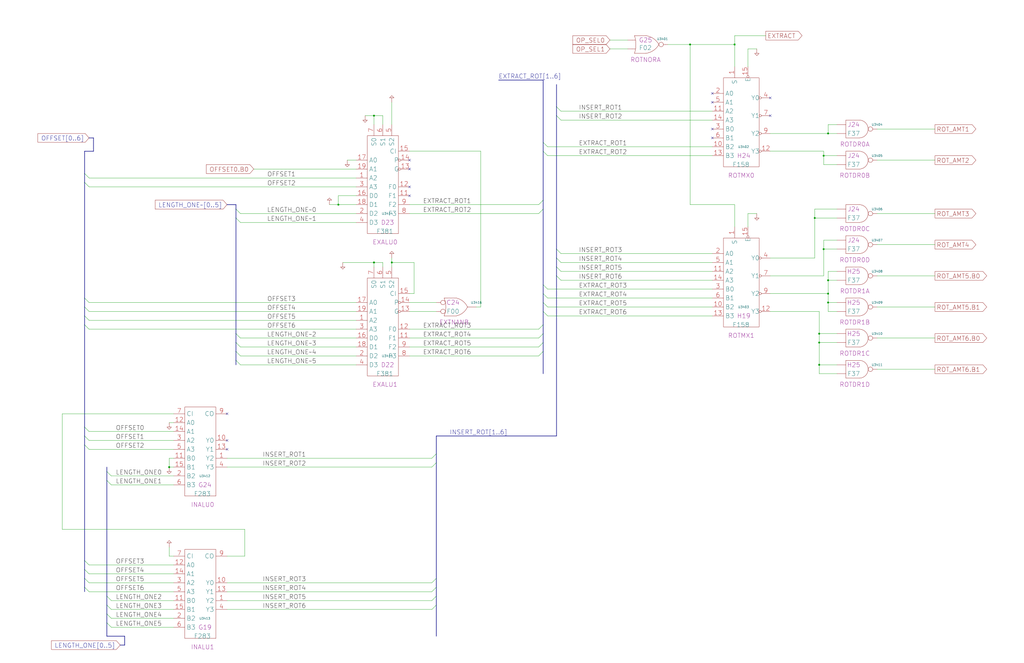
<source format=kicad_sch>
(kicad_sch (version 20250114) (generator "eeschema") (generator_version "9.0")
  (paper "User" 584.2 378.46)
  (title_block (title "FIU ROTATE AMOUNT") (date "20-MAR-90") (rev "1.0") (comment 1 "FIU") (comment 2 "232-003065") (comment 3 "S400") (comment 4 "RELEASED"))
  (lib_symbols
    (symbol "r1000:F00" (pin_numbers (hide yes)) (pin_names (hide yes))
      (property "Reference" "U" (at 15.24 0 0))
      (property "Value" "F00" (at 1.905 -5.08 0))
      (property "Location" "___" (at 1.905 0 0))
      (property "Name" "______" (at 2.54 -12.7 0))
      (symbol "F00_0_1"
        (polyline (pts (xy -2.54 2.54) (xy -2.54 -7.62)) (stroke (width 0.1524)))
        (polyline (pts (xy -2.54 2.54) (xy 5.08 2.54)) (stroke (width 0.1524)))
        (polyline (pts (xy -2.54 -7.62) (xy 5.08 -7.62)) (stroke (width 0.1524)))
        (arc (start 5.08 2.54) (mid 10.1281 -2.54) (end 5.08 -7.62) (stroke (width 0.1524)))
        (circle (center 11.43 -2.54) (radius 1.27) (stroke (width 0.1524)))
      )
      (symbol "F00_0_2"
        (arc (start -3.175 2.54) (mid -2.134 -2.54) (end -3.175 -7.62) (stroke (width 0.1524)))
        (circle (center -3.81 0) (radius 1.27) (stroke (width 0.1524)))
        (circle (center -3.81 -5.08) (radius 1.27) (stroke (width 0.1524)))
        (polyline (pts (xy -3.175 2.54) (xy 3.81 2.54)) (stroke (width 0.1524)))
        (polyline (pts (xy -3.175 -7.62) (xy 3.81 -7.62)) (stroke (width 0.1524)))
        (arc (start 3.81 2.54) (mid 7.5828 0.7472) (end 10.16 -2.54) (stroke (width 0.1524)))
        (arc (start 10.16 -2.54) (mid 7.5855 -5.8306) (end 3.81 -7.62) (stroke (width 0.1524)))
      )
      (symbol "F00_1_1"
        (pin input line (at -7.62 0 0) (length 5.08) (name "D0") (number "1"))
        (pin input line (at -7.62 -5.08 0) (length 5.08) (name "D1") (number "2"))
        (pin output line (at 15.24 -2.54 180) (length 2.54) (name "Q") (number "3"))
      )
      (symbol "F00_1_2"
        (pin input line (at -7.62 0 0) (length 2.54) (name "D0") (number "1"))
        (pin input line (at -7.62 -5.08 0) (length 2.54) (name "D1") (number "2"))
        (pin output line (at 15.24 -2.54 180) (length 5.08) (name "Q") (number "3"))
      )
    )
    (symbol "r1000:F02" (pin_numbers (hide yes)) (pin_names (hide yes))
      (property "Reference" "U" (at 12.16 0.635 0))
      (property "Value" "F02" (at -1.27 -4.445 0))
      (property "Location" "___" (at 2.54 0 0))
      (property "Name" "______" (at 2.54 -12.7 0))
      (symbol "F02_0_1"
        (arc (start -3.81 2.54) (mid -2.9847 -2.54) (end -3.81 -7.62) (stroke (width 0.1524)))
        (polyline (pts (xy -5.08 0) (xy -3.175 0)) (stroke (width 0.1524)))
        (polyline (pts (xy -5.08 -5.08) (xy -3.175 -5.08)) (stroke (width 0.1524)))
        (polyline (pts (xy -3.81 2.54) (xy 2.54 2.54)) (stroke (width 0.1524)))
        (polyline (pts (xy -3.81 -7.62) (xy 2.54 -7.62)) (stroke (width 0.1524)))
        (arc (start 2.54 2.54) (mid 6.9477 0.8966) (end 10.16 -2.54) (stroke (width 0.1524)))
        (arc (start 10.16 -2.54) (mid 6.9515 -5.9823) (end 2.54 -7.62) (stroke (width 0.1524)))
        (circle (center 11.43 -2.54) (radius 1.27) (stroke (width 0.1524)))
        (polyline (pts (xy 13.97 -2.54) (xy 12.7 -2.54)) (stroke (width 0.1524)))
      )
      (symbol "F02_0_2"
        (circle (center -3.81 0) (radius 1.27) (stroke (width 0.1524)))
        (circle (center -3.81 -5.08) (radius 1.27) (stroke (width 0.1524)))
        (polyline (pts (xy -2.54 2.54) (xy -2.54 -7.62)) (stroke (width 0.1524)))
        (polyline (pts (xy -2.54 2.54) (xy 5.08 2.54)) (stroke (width 0.1524)))
        (polyline (pts (xy -2.54 -7.62) (xy 5.08 -7.62)) (stroke (width 0.1524)))
        (arc (start 5.08 2.54) (mid 10.1281 -2.54) (end 5.08 -7.62) (stroke (width 0.1524)))
        (polyline (pts (xy 11.43 -2.54) (xy 10.16 -2.54)) (stroke (width 0.1524)))
        (polyline (pts (xy 11.43 -2.54) (xy 12.7 -2.54)) (stroke (width 0.1524)))
      )
      (symbol "F02_1_1"
        (pin input line (at -7.62 0 0) (length 2.54) (name "D0") (number "1"))
        (pin input line (at -7.62 -5.08 0) (length 2.54) (name "D1") (number "2"))
        (pin output line (at 15.24 -2.54 180) (length 1.27) (name "Q") (number "3"))
      )
      (symbol "F02_1_2"
        (pin input line (at -7.62 0 0) (length 2.54) (name "D0") (number "1"))
        (pin input line (at -7.62 -5.08 0) (length 2.54) (name "D1") (number "2"))
        (pin output line (at 15.24 -2.54 180) (length 2.54) (name "Q") (number "3"))
      )
    )
    (symbol "r1000:F158" (pin_names (offset 1.016))
      (property "Reference" "U" (at 2.54 5.08 0))
      (property "Value" "F158" (at -3.81 -5.08 0))
      (property "Location" "___" (at -1.27 0 0))
      (property "Name" "______" (at 1.27 -12.7 0))
      (symbol "F158_1_1"
        (rectangle (start -8.89 44.45) (end 11.43 -6.35))
        (circle (center 5.08 45.085) (radius 0.635))
        (circle (center 12.065 33.02) (radius 0.635))
        (circle (center 12.065 22.86) (radius 0.635))
        (circle (center 12.065 12.7) (radius 0.635))
        (circle (center 12.065 2.54) (radius 0.635))
        (pin input line (at -15.24 35.56 0) (length 6.35) (name "A0") (number "2"))
        (pin input line (at -15.24 30.48 0) (length 6.35) (name "A1") (number "5"))
        (pin input line (at -15.24 25.4 0) (length 6.35) (name "A2") (number "11"))
        (pin input line (at -15.24 20.32 0) (length 6.35) (name "A3") (number "14"))
        (pin input line (at -15.24 15.24 0) (length 6.35) (name "B0") (number "3"))
        (pin input line (at -15.24 10.16 0) (length 6.35) (name "B1") (number "6"))
        (pin input line (at -15.24 5.08 0) (length 6.35) (name "B2") (number "10"))
        (pin input line (at -15.24 0 0) (length 6.35) (name "B3") (number "13"))
        (pin input line (at -2.54 50.8 270) (length 6.35) (name "S") (number "1"))
        (pin input line (at 5.08 50.8 270) (length 5.08) (name "E") (number "15"))
        (pin output line (at 17.78 33.02 180) (length 5.08) (name "Y0") (number "4"))
        (pin output line (at 17.78 22.86 180) (length 5.08) (name "Y1") (number "7"))
        (pin output line (at 17.78 12.7 180) (length 5.08) (name "Y2") (number "9"))
        (pin output line (at 17.78 2.54 180) (length 5.08) (name "Y3") (number "12"))
      )
    )
    (symbol "r1000:F283" (pin_names (offset 1.016))
      (property "Reference" "U" (at 2.54 5.08 0))
      (property "Value" "F283" (at -3.81 -5.08 0))
      (property "Location" "___" (at -1.27 0 0))
      (property "Name" "______" (at 1.27 -12.7 0))
      (symbol "F283_1_1"
        (rectangle (start -8.89 44.45) (end 8.89 -6.35))
        (pin input line (at -15.24 40.64 0) (length 6.35) (name "CI") (number "7"))
        (pin input line (at -15.24 35.56 0) (length 6.35) (name "A0") (number "12"))
        (pin input line (at -15.24 30.48 0) (length 6.35) (name "A1") (number "14"))
        (pin input line (at -15.24 25.4 0) (length 6.35) (name "A2") (number "3"))
        (pin input line (at -15.24 20.32 0) (length 6.35) (name "A3") (number "5"))
        (pin input line (at -15.24 15.24 0) (length 6.35) (name "B0") (number "11"))
        (pin input line (at -15.24 10.16 0) (length 6.35) (name "B1") (number "15"))
        (pin input line (at -15.24 5.08 0) (length 6.35) (name "B2") (number "2"))
        (pin input line (at -15.24 0 0) (length 6.35) (name "B3") (number "6"))
        (pin output line (at 15.24 40.64 180) (length 6.35) (name "CO") (number "9"))
        (pin output line (at 15.24 25.4 180) (length 6.35) (name "Y0") (number "10"))
        (pin output line (at 15.24 20.32 180) (length 6.35) (name "Y1") (number "13"))
        (pin output line (at 15.24 15.24 180) (length 6.35) (name "Y2") (number "1"))
        (pin output line (at 15.24 10.16 180) (length 6.35) (name "Y3") (number "4"))
      )
    )
    (symbol "r1000:F37" (pin_numbers (hide yes)) (pin_names (offset 0) (hide yes))
      (property "Reference" "U" (at 15.24 0 0))
      (property "Value" "F37" (at 1.905 -5.08 0))
      (property "Location" "___" (at 1.905 0 0))
      (property "Name" "______" (at 2.54 -12.7 0))
      (symbol "F37_0_1"
        (polyline (pts (xy -2.54 2.54) (xy -2.54 -7.62)) (stroke (width 0.1524)))
        (polyline (pts (xy -2.54 2.54) (xy 5.08 2.54)) (stroke (width 0.1524)))
        (polyline (pts (xy -2.54 -7.62) (xy 5.08 -7.62)) (stroke (width 0.1524)))
        (arc (start 5.08 2.54) (mid 10.1281 -2.54) (end 5.08 -7.62) (stroke (width 0.1524)))
        (circle (center 11.43 -2.54) (radius 1.27) (stroke (width 0.1524)))
      )
      (symbol "F37_0_2"
        (arc (start -3.175 2.54) (mid -2.134 -2.54) (end -3.175 -7.62) (stroke (width 0.1524)))
        (circle (center -3.81 0) (radius 1.27) (stroke (width 0.1524)))
        (circle (center -3.81 -5.08) (radius 1.27) (stroke (width 0.1524)))
        (polyline (pts (xy -3.175 2.54) (xy 3.81 2.54)) (stroke (width 0.1524)))
        (polyline (pts (xy -3.175 -7.62) (xy 3.81 -7.62)) (stroke (width 0.1524)))
        (arc (start 3.81 2.54) (mid 7.5828 0.7472) (end 10.16 -2.54) (stroke (width 0.1524)))
        (arc (start 10.16 -2.54) (mid 7.5855 -5.8306) (end 3.81 -7.62) (stroke (width 0.1524)))
      )
      (symbol "F37_1_1"
        (pin input line (at -7.62 0 0) (length 5.08) (name "D0") (number "1"))
        (pin input line (at -7.62 -5.08 0) (length 5.08) (name "D1") (number "2"))
        (pin output line (at 15.24 -2.54 180) (length 2.54) (name "Q") (number "3"))
      )
      (symbol "F37_1_2"
        (pin input line (at -7.62 0 0) (length 2.54) (name "D0") (number "1"))
        (pin input line (at -7.62 -5.08 0) (length 2.54) (name "D1") (number "2"))
        (pin output line (at 15.24 -2.54 180) (length 5.08) (name "Q") (number "3"))
      )
    )
    (symbol "r1000:F381" (pin_names (offset 1.016))
      (property "Reference" "U" (at 2.54 5.08 0))
      (property "Value" "F381" (at -3.81 -5.08 0))
      (property "Location" "___" (at -1.27 0 0))
      (property "Name" "______" (at 1.27 -12.7 0))
      (symbol "F381_1_1"
        (rectangle (start -8.89 49.53) (end 8.89 -6.35))
        (circle (center 9.525 35.56) (radius 0.635))
        (circle (center 9.525 30.48) (radius 0.635))
        (pin input line (at -15.24 35.56 0) (length 6.35) (name "A0") (number "17"))
        (pin input line (at -15.24 30.48 0) (length 6.35) (name "A1") (number "19"))
        (pin input line (at -15.24 25.4 0) (length 6.35) (name "A2") (number "1"))
        (pin input line (at -15.24 20.32 0) (length 6.35) (name "A3") (number "3"))
        (pin input line (at -15.24 15.24 0) (length 6.35) (name "D0") (number "16"))
        (pin input line (at -15.24 10.16 0) (length 6.35) (name "D1") (number "18"))
        (pin input line (at -15.24 5.08 0) (length 6.35) (name "D2") (number "2"))
        (pin input line (at -15.24 0 0) (length 6.35) (name "D3") (number "4"))
        (pin input line (at -5.08 55.88 270) (length 6.35) (name "S0") (number "7"))
        (pin input line (at 0 55.88 270) (length 6.35) (name "S1") (number "6"))
        (pin input line (at 5.08 55.88 270) (length 6.35) (name "S2") (number "5"))
        (pin input line (at 15.24 40.64 180) (length 6.35) (name "CI") (number "15"))
        (pin output line (at 15.24 35.56 180) (length 5.08) (name "P") (number "14"))
        (pin output line (at 15.24 30.48 180) (length 5.08) (name "G") (number "13"))
        (pin output line (at 15.24 20.32 180) (length 6.35) (name "F0") (number "12"))
        (pin output line (at 15.24 15.24 180) (length 6.35) (name "F1") (number "11"))
        (pin output line (at 15.24 10.16 180) (length 6.35) (name "F2") (number "9"))
        (pin output line (at 15.24 5.08 180) (length 6.35) (name "F3") (number "8"))
      )
    )
    (symbol "r1000:PD" (power) (pin_numbers (hide yes)) (pin_names (hide yes)) (in_bom no)
      (symbol "PD_0_1"
        (polyline (pts (xy 0 -2.54) (xy 1.27 -2.54) (xy 0 -3.81) (xy -1.27 -2.54) (xy 0 -2.54)) (stroke (width 0.1524)))
      )
      (symbol "PD_1_1"
        (pin power_in line (at 0 0 270) (length 2.54) (name "PD") (number "1"))
      )
    )
    (symbol "r1000:PU" (power) (pin_numbers (hide yes)) (pin_names (hide yes))
      (symbol "PU_0_1"
        (polyline (pts (xy 0 2.54) (xy -1.27 2.54) (xy 0 3.81) (xy 1.27 2.54) (xy 0 2.54)) (stroke (width 0.1524)))
      )
      (symbol "PU_1_1"
        (pin power_in line (at 0 0 90) (length 2.54) (name "PU") (number "1"))
      )
    )
  )
  (junction (at 467.36 190.5))
  (junction (at 419.1 25.4))
  (junction (at 472.44 76.2))
  (junction (at 464.82 124.46))
  (junction (at 467.36 195.58))
  (junction (at 472.44 160.02))
  (junction (at 469.9 88.9))
  (junction (at 467.36 208.28))
  (junction (at 213.36 66.04))
  (junction (at 213.36 149.86))
  (junction (at 472.44 172.72))
  (junction (at 393.7 25.4))
  (junction (at 469.9 142.24))
  (junction (at 223.52 149.86))
  (junction (at 472.44 167.64))
  (junction (at 193.04 116.84))
  (junction (at 96.52 266.7))
  (no_connect (at 233.68 106.68))
  (no_connect (at 406.4 73.66))
  (no_connect (at 233.68 91.44))
  (no_connect (at 439.42 66.04))
  (no_connect (at 129.54 256.54))
  (no_connect (at 233.68 111.76))
  (no_connect (at 233.68 96.52))
  (no_connect (at 406.4 58.42))
  (no_connect (at 439.42 55.88))
  (no_connect (at 406.4 78.74))
  (no_connect (at 129.54 251.46))
  (no_connect (at 129.54 236.22))
  (no_connect (at 406.4 53.34))
  (bus_entry (at 48.26 243.84) (size 2.54 2.54))
  (bus_entry (at 309.88 177.8) (size 2.54 2.54))
  (bus_entry (at 60.96 345.44) (size 2.54 2.54))
  (bus_entry (at 309.88 114.3) (size -2.54 2.54))
  (bus_entry (at 48.26 170.18) (size 2.54 2.54))
  (bus_entry (at 309.88 81.28) (size 2.54 2.54))
  (bus_entry (at 134.62 205.74) (size 2.54 2.54))
  (bus_entry (at 48.26 320.04) (size 2.54 2.54))
  (bus_entry (at 48.26 335.28) (size 2.54 2.54))
  (bus_entry (at 48.26 325.12) (size 2.54 2.54))
  (bus_entry (at 317.5 66.04) (size 2.54 2.54))
  (bus_entry (at 48.26 248.92) (size 2.54 2.54))
  (bus_entry (at 60.96 350.52) (size 2.54 2.54))
  (bus_entry (at 60.96 274.32) (size 2.54 2.54))
  (bus_entry (at 48.26 254) (size 2.54 2.54))
  (bus_entry (at 48.26 104.14) (size 2.54 2.54))
  (bus_entry (at 309.88 200.66) (size -2.54 2.54))
  (bus_entry (at 48.26 99.06) (size 2.54 2.54))
  (bus_entry (at 48.26 180.34) (size 2.54 2.54))
  (bus_entry (at 248.92 259.08) (size -2.54 2.54))
  (bus_entry (at 248.92 335.28) (size -2.54 2.54))
  (bus_entry (at 134.62 119.38) (size 2.54 2.54))
  (bus_entry (at 248.92 345.44) (size -2.54 2.54))
  (bus_entry (at 309.88 185.42) (size -2.54 2.54))
  (bus_entry (at 309.88 86.36) (size 2.54 2.54))
  (bus_entry (at 309.88 172.72) (size 2.54 2.54))
  (bus_entry (at 248.92 330.2) (size -2.54 2.54))
  (bus_entry (at 317.5 157.48) (size 2.54 2.54))
  (bus_entry (at 317.5 147.32) (size 2.54 2.54))
  (bus_entry (at 309.88 167.64) (size 2.54 2.54))
  (bus_entry (at 248.92 340.36) (size -2.54 2.54))
  (bus_entry (at 309.88 162.56) (size 2.54 2.54))
  (bus_entry (at 60.96 269.24) (size 2.54 2.54))
  (bus_entry (at 134.62 200.66) (size 2.54 2.54))
  (bus_entry (at 309.88 195.58) (size -2.54 2.54))
  (bus_entry (at 48.26 175.26) (size 2.54 2.54))
  (bus_entry (at 60.96 355.6) (size 2.54 2.54))
  (bus_entry (at 134.62 124.46) (size 2.54 2.54))
  (bus_entry (at 134.62 195.58) (size 2.54 2.54))
  (bus_entry (at 134.62 190.5) (size 2.54 2.54))
  (bus_entry (at 317.5 152.4) (size 2.54 2.54))
  (bus_entry (at 309.88 190.5) (size -2.54 2.54))
  (bus_entry (at 248.92 264.16) (size -2.54 2.54))
  (bus_entry (at 48.26 185.42) (size 2.54 2.54))
  (bus_entry (at 60.96 340.36) (size 2.54 2.54))
  (bus_entry (at 317.5 60.96) (size 2.54 2.54))
  (bus_entry (at 309.88 119.38) (size -2.54 2.54))
  (bus_entry (at 48.26 330.2) (size 2.54 2.54))
  (bus_entry (at 317.5 142.24) (size 2.54 2.54))
  (wire (pts (xy 467.36 208.28) (xy 467.36 195.58)))
  (wire (pts (xy 274.32 175.26) (xy 274.32 86.36)))
  (wire (pts (xy 96.52 241.3) (xy 99.06 241.3)))
  (wire (pts (xy 233.68 203.2) (xy 307.34 203.2)))
  (wire (pts (xy 63.5 276.86) (xy 99.06 276.86)))
  (bus (pts (xy 68.58 368.3) (xy 71.12 368.3)))
  (bus (pts (xy 48.26 330.2) (xy 48.26 335.28)))
  (bus (pts (xy 248.92 248.92) (xy 248.92 259.08)))
  (wire (pts (xy 472.44 177.8) (xy 477.52 177.8)))
  (wire (pts (xy 312.42 165.1) (xy 406.4 165.1)))
  (wire (pts (xy 472.44 160.02) (xy 472.44 167.64)))
  (wire (pts (xy 96.52 266.7) (xy 99.06 266.7)))
  (wire (pts (xy 393.7 25.4) (xy 393.7 116.84)))
  (wire (pts (xy 419.1 25.4) (xy 419.1 20.32)))
  (wire (pts (xy 193.04 111.76) (xy 193.04 116.84)))
  (wire (pts (xy 274.32 86.36) (xy 233.68 86.36)))
  (bus (pts (xy 48.26 335.28) (xy 48.26 337.82)))
  (bus (pts (xy 248.92 335.28) (xy 248.92 340.36)))
  (bus (pts (xy 248.92 345.44) (xy 248.92 363.22)))
  (wire (pts (xy 233.68 172.72) (xy 248.92 172.72)))
  (wire (pts (xy 320.04 68.58) (xy 406.4 68.58)))
  (wire (pts (xy 50.8 246.38) (xy 99.06 246.38)))
  (wire (pts (xy 63.5 347.98) (xy 99.06 347.98)))
  (wire (pts (xy 137.16 127) (xy 203.2 127)))
  (wire (pts (xy 477.52 93.98) (xy 469.9 93.98)))
  (wire (pts (xy 312.42 180.34) (xy 406.4 180.34)))
  (bus (pts (xy 60.96 345.44) (xy 60.96 350.52)))
  (wire (pts (xy 500.38 121.92) (xy 533.4 121.92)))
  (wire (pts (xy 464.82 119.38) (xy 464.82 124.46)))
  (wire (pts (xy 477.52 154.94) (xy 472.44 154.94)))
  (bus (pts (xy 60.96 274.32) (xy 60.96 340.36)))
  (bus (pts (xy 48.26 175.26) (xy 48.26 180.34)))
  (bus (pts (xy 71.12 368.3) (xy 71.12 363.22)))
  (bus (pts (xy 309.88 200.66) (xy 309.88 213.36)))
  (wire (pts (xy 35.56 236.22) (xy 99.06 236.22)))
  (wire (pts (xy 63.5 271.78) (xy 99.06 271.78)))
  (bus (pts (xy 48.26 243.84) (xy 48.26 248.92)))
  (bus (pts (xy 48.26 180.34) (xy 48.26 185.42)))
  (wire (pts (xy 139.7 317.5) (xy 139.7 302.26)))
  (wire (pts (xy 96.52 261.62) (xy 96.52 266.7)))
  (bus (pts (xy 53.34 78.74) (xy 53.34 86.36)))
  (wire (pts (xy 472.44 71.12) (xy 472.44 76.2)))
  (bus (pts (xy 53.34 86.36) (xy 48.26 86.36)))
  (bus (pts (xy 317.5 60.96) (xy 317.5 66.04)))
  (wire (pts (xy 477.52 119.38) (xy 464.82 119.38)))
  (bus (pts (xy 134.62 205.74) (xy 134.62 208.28)))
  (wire (pts (xy 63.5 342.9) (xy 99.06 342.9)))
  (wire (pts (xy 213.36 66.04) (xy 218.44 66.04)))
  (bus (pts (xy 71.12 363.22) (xy 60.96 363.22)))
  (wire (pts (xy 469.9 142.24) (xy 469.9 157.48)))
  (wire (pts (xy 312.42 83.82) (xy 406.4 83.82)))
  (wire (pts (xy 218.44 149.86) (xy 213.36 149.86)))
  (bus (pts (xy 317.5 48.26) (xy 317.5 60.96)))
  (wire (pts (xy 426.72 27.94) (xy 431.8 27.94)))
  (wire (pts (xy 426.72 129.54) (xy 426.72 121.92)))
  (wire (pts (xy 233.68 121.92) (xy 307.34 121.92)))
  (wire (pts (xy 223.52 58.42) (xy 223.52 71.12)))
  (wire (pts (xy 213.36 71.12) (xy 213.36 66.04)))
  (wire (pts (xy 50.8 332.74) (xy 99.06 332.74)))
  (bus (pts (xy 48.26 170.18) (xy 48.26 175.26)))
  (bus (pts (xy 48.26 104.14) (xy 48.26 170.18)))
  (bus (pts (xy 48.26 99.06) (xy 48.26 104.14)))
  (wire (pts (xy 500.38 91.44) (xy 533.4 91.44)))
  (wire (pts (xy 464.82 147.32) (xy 439.42 147.32)))
  (wire (pts (xy 472.44 172.72) (xy 477.52 172.72)))
  (bus (pts (xy 317.5 157.48) (xy 317.5 248.92)))
  (wire (pts (xy 419.1 20.32) (xy 436.88 20.32)))
  (wire (pts (xy 469.9 137.16) (xy 469.9 142.24)))
  (wire (pts (xy 139.7 302.26) (xy 35.56 302.26)))
  (bus (pts (xy 134.62 119.38) (xy 134.62 124.46)))
  (wire (pts (xy 129.54 342.9) (xy 246.38 342.9)))
  (wire (pts (xy 467.36 195.58) (xy 477.52 195.58)))
  (wire (pts (xy 99.06 317.5) (xy 96.52 317.5)))
  (wire (pts (xy 96.52 317.5) (xy 96.52 312.42)))
  (wire (pts (xy 213.36 149.86) (xy 213.36 152.4)))
  (wire (pts (xy 467.36 190.5) (xy 467.36 177.8)))
  (wire (pts (xy 223.52 149.86) (xy 223.52 152.4)))
  (wire (pts (xy 233.68 187.96) (xy 307.34 187.96)))
  (wire (pts (xy 320.04 154.94) (xy 406.4 154.94)))
  (wire (pts (xy 426.72 121.92) (xy 431.8 121.92)))
  (bus (pts (xy 309.88 190.5) (xy 309.88 195.58)))
  (wire (pts (xy 223.52 147.32) (xy 223.52 149.86)))
  (bus (pts (xy 309.88 177.8) (xy 309.88 185.42)))
  (wire (pts (xy 233.68 193.04) (xy 307.34 193.04)))
  (bus (pts (xy 134.62 124.46) (xy 134.62 190.5)))
  (wire (pts (xy 500.38 139.7) (xy 533.4 139.7)))
  (wire (pts (xy 50.8 101.6) (xy 203.2 101.6)))
  (wire (pts (xy 144.78 96.52) (xy 203.2 96.52)))
  (wire (pts (xy 381 25.4) (xy 393.7 25.4)))
  (wire (pts (xy 500.38 73.66) (xy 533.4 73.66)))
  (bus (pts (xy 60.96 350.52) (xy 60.96 355.6)))
  (wire (pts (xy 500.38 157.48) (xy 533.4 157.48)))
  (wire (pts (xy 193.04 116.84) (xy 203.2 116.84)))
  (wire (pts (xy 50.8 182.88) (xy 203.2 182.88)))
  (bus (pts (xy 60.96 340.36) (xy 60.96 345.44)))
  (wire (pts (xy 208.28 66.04) (xy 213.36 66.04)))
  (wire (pts (xy 320.04 144.78) (xy 406.4 144.78)))
  (wire (pts (xy 50.8 106.68) (xy 203.2 106.68)))
  (bus (pts (xy 134.62 190.5) (xy 134.62 195.58)))
  (wire (pts (xy 469.9 88.9) (xy 469.9 86.36)))
  (wire (pts (xy 129.54 261.62) (xy 246.38 261.62)))
  (bus (pts (xy 309.88 162.56) (xy 309.88 167.64)))
  (wire (pts (xy 393.7 25.4) (xy 419.1 25.4)))
  (bus (pts (xy 309.88 172.72) (xy 309.88 177.8)))
  (bus (pts (xy 309.88 195.58) (xy 309.88 200.66)))
  (bus (pts (xy 134.62 116.84) (xy 134.62 119.38)))
  (wire (pts (xy 129.54 347.98) (xy 246.38 347.98)))
  (wire (pts (xy 469.9 157.48) (xy 439.42 157.48)))
  (wire (pts (xy 203.2 111.76) (xy 193.04 111.76)))
  (wire (pts (xy 500.38 193.04) (xy 533.4 193.04)))
  (bus (pts (xy 309.88 114.3) (xy 309.88 119.38)))
  (wire (pts (xy 347.98 27.94) (xy 358.14 27.94)))
  (wire (pts (xy 467.36 208.28) (xy 477.52 208.28)))
  (bus (pts (xy 60.96 266.7) (xy 60.96 269.24)))
  (wire (pts (xy 320.04 63.5) (xy 406.4 63.5)))
  (wire (pts (xy 320.04 160.02) (xy 406.4 160.02)))
  (wire (pts (xy 312.42 88.9) (xy 406.4 88.9)))
  (bus (pts (xy 317.5 66.04) (xy 317.5 142.24)))
  (bus (pts (xy 284.48 45.72) (xy 309.88 45.72)))
  (wire (pts (xy 233.68 198.12) (xy 307.34 198.12)))
  (wire (pts (xy 419.1 129.54) (xy 419.1 116.84)))
  (wire (pts (xy 198.12 91.44) (xy 203.2 91.44)))
  (bus (pts (xy 309.88 86.36) (xy 309.88 114.3)))
  (wire (pts (xy 187.96 116.84) (xy 193.04 116.84)))
  (wire (pts (xy 312.42 170.18) (xy 406.4 170.18)))
  (bus (pts (xy 248.92 259.08) (xy 248.92 264.16)))
  (wire (pts (xy 477.52 137.16) (xy 469.9 137.16)))
  (wire (pts (xy 500.38 210.82) (xy 533.4 210.82)))
  (wire (pts (xy 320.04 149.86) (xy 406.4 149.86)))
  (wire (pts (xy 419.1 25.4) (xy 419.1 38.1)))
  (wire (pts (xy 477.52 88.9) (xy 469.9 88.9)))
  (wire (pts (xy 218.44 71.12) (xy 218.44 66.04)))
  (wire (pts (xy 439.42 167.64) (xy 472.44 167.64)))
  (wire (pts (xy 472.44 160.02) (xy 477.52 160.02)))
  (wire (pts (xy 419.1 116.84) (xy 393.7 116.84)))
  (bus (pts (xy 309.88 119.38) (xy 309.88 162.56)))
  (wire (pts (xy 218.44 152.4) (xy 218.44 149.86)))
  (wire (pts (xy 50.8 172.72) (xy 203.2 172.72)))
  (wire (pts (xy 129.54 266.7) (xy 246.38 266.7)))
  (wire (pts (xy 467.36 213.36) (xy 467.36 208.28)))
  (bus (pts (xy 134.62 200.66) (xy 134.62 205.74)))
  (wire (pts (xy 129.54 332.74) (xy 246.38 332.74)))
  (wire (pts (xy 137.16 193.04) (xy 203.2 193.04)))
  (bus (pts (xy 60.96 355.6) (xy 60.96 363.22)))
  (bus (pts (xy 50.8 78.74) (xy 53.34 78.74)))
  (wire (pts (xy 472.44 167.64) (xy 472.44 172.72)))
  (wire (pts (xy 439.42 76.2) (xy 472.44 76.2)))
  (wire (pts (xy 236.22 149.86) (xy 223.52 149.86)))
  (bus (pts (xy 317.5 152.4) (xy 317.5 157.48)))
  (wire (pts (xy 35.56 302.26) (xy 35.56 236.22)))
  (wire (pts (xy 236.22 167.64) (xy 236.22 149.86)))
  (bus (pts (xy 48.26 320.04) (xy 48.26 325.12)))
  (wire (pts (xy 464.82 124.46) (xy 464.82 147.32)))
  (wire (pts (xy 426.72 38.1) (xy 426.72 27.94)))
  (wire (pts (xy 213.36 149.86) (xy 195.58 149.86)))
  (bus (pts (xy 48.26 86.36) (xy 48.26 99.06)))
  (bus (pts (xy 129.54 116.84) (xy 134.62 116.84)))
  (wire (pts (xy 477.52 71.12) (xy 472.44 71.12)))
  (bus (pts (xy 309.88 81.28) (xy 309.88 86.36)))
  (wire (pts (xy 312.42 175.26) (xy 406.4 175.26)))
  (wire (pts (xy 467.36 177.8) (xy 439.42 177.8)))
  (bus (pts (xy 317.5 142.24) (xy 317.5 147.32)))
  (wire (pts (xy 50.8 327.66) (xy 99.06 327.66)))
  (bus (pts (xy 48.26 254) (xy 48.26 320.04)))
  (wire (pts (xy 469.9 142.24) (xy 477.52 142.24)))
  (wire (pts (xy 50.8 187.96) (xy 203.2 187.96)))
  (wire (pts (xy 233.68 116.84) (xy 307.34 116.84)))
  (bus (pts (xy 248.92 264.16) (xy 248.92 330.2)))
  (bus (pts (xy 309.88 45.72) (xy 309.88 81.28)))
  (wire (pts (xy 137.16 198.12) (xy 203.2 198.12)))
  (wire (pts (xy 472.44 76.2) (xy 477.52 76.2)))
  (bus (pts (xy 48.26 248.92) (xy 48.26 254)))
  (wire (pts (xy 271.78 175.26) (xy 274.32 175.26)))
  (wire (pts (xy 469.9 93.98) (xy 469.9 88.9)))
  (wire (pts (xy 50.8 322.58) (xy 99.06 322.58)))
  (wire (pts (xy 129.54 317.5) (xy 139.7 317.5)))
  (wire (pts (xy 50.8 251.46) (xy 99.06 251.46)))
  (wire (pts (xy 63.5 353.06) (xy 99.06 353.06)))
  (bus (pts (xy 60.96 269.24) (xy 60.96 274.32)))
  (wire (pts (xy 129.54 337.82) (xy 246.38 337.82)))
  (wire (pts (xy 99.06 261.62) (xy 96.52 261.62)))
  (wire (pts (xy 50.8 256.54) (xy 99.06 256.54)))
  (wire (pts (xy 137.16 208.28) (xy 203.2 208.28)))
  (wire (pts (xy 63.5 358.14) (xy 99.06 358.14)))
  (wire (pts (xy 137.16 203.2) (xy 203.2 203.2)))
  (wire (pts (xy 467.36 195.58) (xy 467.36 190.5)))
  (wire (pts (xy 472.44 154.94) (xy 472.44 160.02)))
  (bus (pts (xy 248.92 248.92) (xy 317.5 248.92)))
  (wire (pts (xy 467.36 190.5) (xy 477.52 190.5)))
  (bus (pts (xy 134.62 195.58) (xy 134.62 200.66)))
  (wire (pts (xy 472.44 172.72) (xy 472.44 177.8)))
  (wire (pts (xy 469.9 86.36) (xy 439.42 86.36)))
  (wire (pts (xy 477.52 213.36) (xy 467.36 213.36)))
  (bus (pts (xy 48.26 185.42) (xy 48.26 243.84)))
  (bus (pts (xy 309.88 167.64) (xy 309.88 172.72)))
  (bus (pts (xy 309.88 185.42) (xy 309.88 190.5)))
  (bus (pts (xy 317.5 147.32) (xy 317.5 152.4)))
  (wire (pts (xy 233.68 177.8) (xy 248.92 177.8)))
  (wire (pts (xy 50.8 177.8) (xy 203.2 177.8)))
  (bus (pts (xy 248.92 330.2) (xy 248.92 335.28)))
  (wire (pts (xy 464.82 124.46) (xy 477.52 124.46)))
  (bus (pts (xy 248.92 340.36) (xy 248.92 345.44)))
  (wire (pts (xy 233.68 167.64) (xy 236.22 167.64)))
  (wire (pts (xy 500.38 175.26) (xy 533.4 175.26)))
  (wire (pts (xy 137.16 121.92) (xy 203.2 121.92)))
  (wire (pts (xy 50.8 337.82) (xy 99.06 337.82)))
  (wire (pts (xy 347.98 22.86) (xy 358.14 22.86)))
  (bus (pts (xy 48.26 325.12) (xy 48.26 330.2)))
  (label "EXTRACT_ROT[1..6]" (at 284.48 45.72 0) (effects (font (size 2.54 2.54))))
  (label "LENGTH_ONE4" (at 66.04 353.06 0) (effects (font (size 2.54 2.54))))
  (label "EXTRACT_ROT2" (at 241.3 121.92 0) (effects (font (size 2.54 2.54))))
  (label "LENGTH_ONE1" (at 66.04 276.86 0) (effects (font (size 2.54 2.54))))
  (label "EXTRACT_ROT6" (at 241.3 203.2 0) (effects (font (size 2.54 2.54))))
  (label "LENGTH_ONE5" (at 66.04 358.14 0) (effects (font (size 2.54 2.54))))
  (label "OFFSET1" (at 66.04 251.46 0) (effects (font (size 2.54 2.54))))
  (label "INSERT_ROT4" (at 330.2 149.86 0) (effects (font (size 2.54 2.54))))
  (label "EXTRACT_ROT1" (at 330.2 83.82 0) (effects (font (size 2.54 2.54))))
  (label "OFFSET6" (at 66.04 337.82 0) (effects (font (size 2.54 2.54))))
  (label "LENGTH_ONE~0" (at 152.4 121.92 0) (effects (font (size 2.54 2.54))))
  (label "INSERT_ROT1" (at 149.86 261.62 0) (effects (font (size 2.54 2.54))))
  (label "LENGTH_ONE~2" (at 152.4 193.04 0) (effects (font (size 2.54 2.54))))
  (label "INSERT_ROT5" (at 149.86 342.9 0) (effects (font (size 2.54 2.54))))
  (label "LENGTH_ONE~1" (at 152.4 127 0) (effects (font (size 2.54 2.54))))
  (label "OFFSET1" (at 152.4 101.6 0) (effects (font (size 2.54 2.54))))
  (label "OFFSET6" (at 152.4 187.96 0) (effects (font (size 2.54 2.54))))
  (label "EXTRACT_ROT5" (at 330.2 175.26 0) (effects (font (size 2.54 2.54))))
  (label "OFFSET3" (at 66.04 322.58 0) (effects (font (size 2.54 2.54))))
  (label "INSERT_ROT6" (at 149.86 347.98 0) (effects (font (size 2.54 2.54))))
  (label "LENGTH_ONE3" (at 66.04 347.98 0) (effects (font (size 2.54 2.54))))
  (label "INSERT_ROT3" (at 330.2 144.78 0) (effects (font (size 2.54 2.54))))
  (label "OFFSET4" (at 152.4 177.8 0) (effects (font (size 2.54 2.54))))
  (label "OFFSET0" (at 66.04 246.38 0) (effects (font (size 2.54 2.54))))
  (label "EXTRACT_ROT4" (at 330.2 170.18 0) (effects (font (size 2.54 2.54))))
  (label "OFFSET4" (at 66.04 327.66 0) (effects (font (size 2.54 2.54))))
  (label "INSERT_ROT2" (at 330.2 68.58 0) (effects (font (size 2.54 2.54))))
  (label "LENGTH_ONE0" (at 66.04 271.78 0) (effects (font (size 2.54 2.54))))
  (label "EXTRACT_ROT2" (at 330.2 88.9 0) (effects (font (size 2.54 2.54))))
  (label "OFFSET5" (at 152.4 182.88 0) (effects (font (size 2.54 2.54))))
  (label "INSERT_ROT5" (at 330.2 154.94 0) (effects (font (size 2.54 2.54))))
  (label "OFFSET5" (at 66.04 332.74 0) (effects (font (size 2.54 2.54))))
  (label "LENGTH_ONE~3" (at 152.4 198.12 0) (effects (font (size 2.54 2.54))))
  (label "EXTRACT_ROT4" (at 241.3 193.04 0) (effects (font (size 2.54 2.54))))
  (label "OFFSET2" (at 66.04 256.54 0) (effects (font (size 2.54 2.54))))
  (label "EXTRACT_ROT6" (at 330.2 180.34 0) (effects (font (size 2.54 2.54))))
  (label "INSERT_ROT6" (at 330.2 160.02 0) (effects (font (size 2.54 2.54))))
  (label "OFFSET2" (at 152.4 106.68 0) (effects (font (size 2.54 2.54))))
  (label "INSERT_ROT4" (at 149.86 337.82 0) (effects (font (size 2.54 2.54))))
  (label "INSERT_ROT[1..6]" (at 256.54 248.92 0) (effects (font (size 2.54 2.54))))
  (label "EXTRACT_ROT3" (at 330.2 165.1 0) (effects (font (size 2.54 2.54))))
  (label "LENGTH_ONE~4" (at 152.4 203.2 0) (effects (font (size 2.54 2.54))))
  (label "INSERT_ROT2" (at 149.86 266.7 0) (effects (font (size 2.54 2.54))))
  (label "INSERT_ROT3" (at 149.86 332.74 0) (effects (font (size 2.54 2.54))))
  (label "LENGTH_ONE2" (at 66.04 342.9 0) (effects (font (size 2.54 2.54))))
  (label "INSERT_ROT1" (at 330.2 63.5 0) (effects (font (size 2.54 2.54))))
  (label "LENGTH_ONE~5" (at 152.4 208.28 0) (effects (font (size 2.54 2.54))))
  (label "OFFSET3" (at 152.4 172.72 0) (effects (font (size 2.54 2.54))))
  (label "EXTRACT_ROT1" (at 241.3 116.84 0) (effects (font (size 2.54 2.54))))
  (label "EXTRACT_ROT5" (at 241.3 198.12 0) (effects (font (size 2.54 2.54))))
  (label "EXTRACT_ROT3" (at 241.3 187.96 0) (effects (font (size 2.54 2.54))))
  (global_label "ROT_AMT6.B1" (shape output) (at 533.4 210.82 0) (effects (font (size 2.54 2.54))) (property "Intersheetrefs" "${INTERSHEET_REFS}" (at 562.9003 210.6613 0) (effects (font (size 1.905 1.905)) (justify left))))
  (global_label "OFFSET[0..6]" (shape input) (at 50.8 78.74 180) (effects (font (size 2.54 2.54))) (property "Intersheetrefs" "${INTERSHEET_REFS}" (at 21.6626 78.5813 0) (effects (font (size 1.905 1.905)) (justify right))))
  (global_label "OP_SEL0" (shape input) (at 347.98 22.86 180) (effects (font (size 2.54 2.54))) (property "Intersheetrefs" "${INTERSHEET_REFS}" (at 326.8254 22.7013 0) (effects (font (size 1.905 1.905)) (justify right))))
  (global_label "ROT_AMT2" (shape output) (at 533.4 91.44 0) (effects (font (size 2.54 2.54))) (property "Intersheetrefs" "${INTERSHEET_REFS}" (at 556.7317 91.2813 0) (effects (font (size 1.905 1.905)) (justify left))))
  (global_label "LENGTH_ONE[0..5]" (shape input) (at 68.58 368.3 180) (effects (font (size 2.54 2.54))) (property "Intersheetrefs" "${INTERSHEET_REFS}" (at 29.4035 368.1413 0) (effects (font (size 1.905 1.905)) (justify right))))
  (global_label "ROT_AMT6.B0" (shape output) (at 533.4 193.04 0) (effects (font (size 2.54 2.54))) (property "Intersheetrefs" "${INTERSHEET_REFS}" (at 562.9003 192.8813 0) (effects (font (size 1.905 1.905)) (justify left))))
  (global_label "LENGTH_ONE~[0..5]" (shape input) (at 129.54 116.84 180) (effects (font (size 2.54 2.54))) (property "Intersheetrefs" "${INTERSHEET_REFS}" (at 88.5492 116.6813 0) (effects (font (size 1.905 1.905)) (justify right))))
  (global_label "ROT_AMT5.B1" (shape output) (at 533.4 175.26 0) (effects (font (size 2.54 2.54))) (property "Intersheetrefs" "${INTERSHEET_REFS}" (at 562.9003 175.1013 0) (effects (font (size 1.905 1.905)) (justify left))))
  (global_label "EXTRACT" (shape output) (at 436.88 20.32 0) (effects (font (size 2.54 2.54))) (property "Intersheetrefs" "${INTERSHEET_REFS}" (at 457.5508 20.1613 0) (effects (font (size 1.905 1.905)) (justify left))))
  (global_label "ROT_AMT5.B0" (shape output) (at 533.4 157.48 0) (effects (font (size 2.54 2.54))) (property "Intersheetrefs" "${INTERSHEET_REFS}" (at 562.9003 157.3213 0) (effects (font (size 1.905 1.905)) (justify left))))
  (global_label "ROT_AMT1" (shape output) (at 533.4 73.66 0) (effects (font (size 2.54 2.54))) (property "Intersheetrefs" "${INTERSHEET_REFS}" (at 556.7317 73.5013 0) (effects (font (size 1.905 1.905)) (justify left))))
  (global_label "OFFSET0.B0" (shape input) (at 144.78 96.52 180) (effects (font (size 2.54 2.54))) (property "Intersheetrefs" "${INTERSHEET_REFS}" (at 117.6988 96.3613 0) (effects (font (size 1.905 1.905)) (justify right))))
  (global_label "ROT_AMT3" (shape output) (at 533.4 121.92 0) (effects (font (size 2.54 2.54))) (property "Intersheetrefs" "${INTERSHEET_REFS}" (at 556.7317 121.7613 0) (effects (font (size 1.905 1.905)) (justify left))))
  (global_label "OP_SEL1" (shape input) (at 347.98 27.94 180) (effects (font (size 2.54 2.54))) (property "Intersheetrefs" "${INTERSHEET_REFS}" (at 326.8254 27.7813 0) (effects (font (size 1.905 1.905)) (justify right))))
  (global_label "ROT_AMT4" (shape output) (at 533.4 139.7 0) (effects (font (size 2.54 2.54))) (property "Intersheetrefs" "${INTERSHEET_REFS}" (at 556.7317 139.5413 0) (effects (font (size 1.905 1.905)) (justify left))))
  (symbol (lib_id "r1000:F37") (at 485.14 172.72 0) (unit 1)
    (property "Reference" "U3409" (at 500.38 172.72 0))
    (property "Value" "F37" (at 487.045 177.8 0) (effects (font (size 2.54 2.54))))
    (property "Location" "H25" (at 487.045 172.72 0) (effects (font (size 2.54 2.54))))
    (property "Name" "ROTDR1B" (at 487.68 185.42 0) (effects (font (size 2.54 2.54)) (justify bottom)))
  )
  (symbol (lib_id "r1000:PU") (at 223.52 58.42 0) (unit 1)
    (property "Reference" "#PWR03410" (effects (hide yes)))
    (property "Value" "PU" (effects (hide yes)))
  )
  (symbol (lib_id "r1000:PU") (at 223.52 147.32 0) (unit 1)
    (property "Reference" "#PWR03411" (effects (hide yes)))
    (property "Value" "PU" (effects (hide yes)))
  )
  (symbol (lib_id "r1000:PD") (at 431.8 27.94 0) (unit 1) (in_bom no)
    (property "Reference" "#PWR03401" (effects (hide yes)))
    (property "Value" "PD" (effects (hide yes)))
  )
  (symbol (lib_id "r1000:F00") (at 256.54 172.72 0) (unit 1) (convert 2)
    (property "Reference" "U3416" (at 271.78 172.72 0))
    (property "Value" "F00" (at 258.445 177.8 0) (effects (font (size 2.54 2.54))))
    (property "Location" "C24" (at 258.445 172.72 0) (effects (font (size 2.54 2.54))))
    (property "Name" "EXTNANB" (at 259.08 185.42 0) (effects (font (size 2.54 2.54)) (justify bottom)))
  )
  (symbol (lib_id "r1000:F37") (at 485.14 71.12 0) (unit 1)
    (property "Reference" "U3404" (at 500.38 71.12 0))
    (property "Value" "F37" (at 487.045 76.2 0) (effects (font (size 2.54 2.54))))
    (property "Location" "J24" (at 487.045 71.12 0) (effects (font (size 2.54 2.54))))
    (property "Name" "ROTDR0A" (at 487.68 83.82 0) (effects (font (size 2.54 2.54)) (justify bottom)))
  )
  (symbol (lib_id "r1000:F37") (at 485.14 154.94 0) (unit 1)
    (property "Reference" "U3408" (at 500.38 154.94 0))
    (property "Value" "F37" (at 487.045 160.02 0) (effects (font (size 2.54 2.54))))
    (property "Location" "H25" (at 487.045 154.94 0) (effects (font (size 2.54 2.54))))
    (property "Name" "ROTDR1A" (at 487.68 167.64 0) (effects (font (size 2.54 2.54)) (justify bottom)))
  )
  (symbol (lib_id "r1000:F158") (at 421.64 180.34 0) (unit 1)
    (property "Reference" "U3403" (at 424.18 175.26 0))
    (property "Value" "F158" (at 417.83 185.42 0) (effects (font (size 2.54 2.54)) (justify left)))
    (property "Location" "H19" (at 420.37 180.34 0) (effects (font (size 2.54 2.54)) (justify left)))
    (property "Name" "ROTMX1" (at 422.91 193.04 0) (effects (font (size 2.54 2.54)) (justify bottom)))
  )
  (symbol (lib_id "r1000:PD") (at 431.8 121.92 0) (unit 1) (in_bom no)
    (property "Reference" "#PWR03402" (effects (hide yes)))
    (property "Value" "PD" (effects (hide yes)))
  )
  (symbol (lib_id "r1000:F283") (at 114.3 358.14 0) (unit 1)
    (property "Reference" "U3413" (at 116.84 353.06 0))
    (property "Value" "F283" (at 110.49 363.22 0) (effects (font (size 2.54 2.54)) (justify left)))
    (property "Location" "G19" (at 113.03 358.14 0) (effects (font (size 2.54 2.54)) (justify left)))
    (property "Name" "INALU1" (at 115.57 370.84 0) (effects (font (size 2.54 2.54)) (justify bottom)))
  )
  (symbol (lib_id "r1000:PD") (at 198.12 91.44 0) (unit 1) (in_bom no)
    (property "Reference" "#PWR03408" (effects (hide yes)))
    (property "Value" "PD" (effects (hide yes)))
  )
  (symbol (lib_id "r1000:PU") (at 187.96 116.84 0) (unit 1)
    (property "Reference" "#PWR03406" (effects (hide yes)))
    (property "Value" "PU" (effects (hide yes)))
  )
  (symbol (lib_id "r1000:F283") (at 114.3 276.86 0) (unit 1)
    (property "Reference" "U3412" (at 116.84 271.78 0))
    (property "Value" "F283" (at 110.49 281.94 0) (effects (font (size 2.54 2.54)) (justify left)))
    (property "Location" "G24" (at 113.03 276.86 0) (effects (font (size 2.54 2.54)) (justify left)))
    (property "Name" "INALU0" (at 115.57 289.56 0) (effects (font (size 2.54 2.54)) (justify bottom)))
  )
  (symbol (lib_id "r1000:PD") (at 208.28 66.04 0) (unit 1) (in_bom no)
    (property "Reference" "#PWR03409" (effects (hide yes)))
    (property "Value" "PD" (effects (hide yes)))
  )
  (symbol (lib_id "r1000:F381") (at 218.44 208.28 0) (unit 1)
    (property "Reference" "U3415" (at 220.98 203.2 0))
    (property "Value" "F381" (at 214.63 213.36 0) (effects (font (size 2.54 2.54)) (justify left)))
    (property "Location" "D22" (at 217.17 208.28 0) (effects (font (size 2.54 2.54)) (justify left)))
    (property "Name" "EXALU1" (at 219.71 220.98 0) (effects (font (size 2.54 2.54)) (justify bottom)))
  )
  (symbol (lib_id "r1000:F37") (at 485.14 119.38 0) (unit 1)
    (property "Reference" "U3406" (at 500.38 119.38 0))
    (property "Value" "F37" (at 487.045 124.46 0) (effects (font (size 2.54 2.54))))
    (property "Location" "J24" (at 487.045 119.38 0) (effects (font (size 2.54 2.54))))
    (property "Name" "ROTDR0C" (at 487.68 132.08 0) (effects (font (size 2.54 2.54)) (justify bottom)))
  )
  (symbol (lib_id "r1000:F37") (at 485.14 88.9 0) (unit 1)
    (property "Reference" "U3405" (at 500.38 88.9 0))
    (property "Value" "F37" (at 487.045 93.98 0) (effects (font (size 2.54 2.54))))
    (property "Location" "J24" (at 487.045 88.9 0) (effects (font (size 2.54 2.54))))
    (property "Name" "ROTDR0B" (at 487.68 101.6 0) (effects (font (size 2.54 2.54)) (justify bottom)))
  )
  (symbol (lib_id "r1000:F02") (at 365.76 22.86 0) (unit 1)
    (property "Reference" "U3401" (at 377.92 22.225 0))
    (property "Value" "F02" (at 364.49 27.305 0) (effects (font (size 2.54 2.54)) (justify left)))
    (property "Location" "G25" (at 368.3 22.86 0) (effects (font (size 2.54 2.54))))
    (property "Name" "ROTNORA" (at 368.3 35.56 0) (effects (font (size 2.54 2.54)) (justify bottom)))
  )
  (symbol (lib_id "r1000:F381") (at 218.44 127 0) (unit 1)
    (property "Reference" "U3414" (at 220.98 121.92 0))
    (property "Value" "F381" (at 214.63 132.08 0) (effects (font (size 2.54 2.54)) (justify left)))
    (property "Location" "D23" (at 217.17 127 0) (effects (font (size 2.54 2.54)) (justify left)))
    (property "Name" "EXALU0" (at 219.71 139.7 0) (effects (font (size 2.54 2.54)) (justify bottom)))
  )
  (symbol (lib_id "r1000:F37") (at 485.14 137.16 0) (unit 1)
    (property "Reference" "U3407" (at 500.38 137.16 0))
    (property "Value" "F37" (at 487.045 142.24 0) (effects (font (size 2.54 2.54))))
    (property "Location" "J24" (at 487.045 137.16 0) (effects (font (size 2.54 2.54))))
    (property "Name" "ROTDR0D" (at 487.68 149.86 0) (effects (font (size 2.54 2.54)) (justify bottom)))
  )
  (symbol (lib_id "r1000:F37") (at 485.14 208.28 0) (unit 1)
    (property "Reference" "U3411" (at 500.38 208.28 0))
    (property "Value" "F37" (at 487.045 213.36 0) (effects (font (size 2.54 2.54))))
    (property "Location" "H25" (at 487.045 208.28 0) (effects (font (size 2.54 2.54))))
    (property "Name" "ROTDR1D" (at 487.68 220.98 0) (effects (font (size 2.54 2.54)) (justify bottom)))
  )
  (symbol (lib_id "r1000:F158") (at 421.64 88.9 0) (unit 1)
    (property "Reference" "U3402" (at 424.18 83.82 0))
    (property "Value" "F158" (at 417.83 93.98 0) (effects (font (size 2.54 2.54)) (justify left)))
    (property "Location" "H24" (at 420.37 88.9 0) (effects (font (size 2.54 2.54)) (justify left)))
    (property "Name" "ROTMX0" (at 422.91 101.6 0) (effects (font (size 2.54 2.54)) (justify bottom)))
  )
  (symbol (lib_id "r1000:PD") (at 96.52 241.3 0) (unit 1) (in_bom no)
    (property "Reference" "#PWR03403" (effects (hide yes)))
    (property "Value" "PD" (effects (hide yes)))
  )
  (symbol (lib_id "r1000:PD") (at 96.52 266.7 0) (unit 1) (in_bom no)
    (property "Reference" "#PWR03404" (effects (hide yes)))
    (property "Value" "PD" (effects (hide yes)))
  )
  (symbol (lib_id "r1000:PU") (at 96.52 312.42 0) (unit 1)
    (property "Reference" "#PWR03405" (effects (hide yes)))
    (property "Value" "PU" (effects (hide yes)))
  )
  (symbol (lib_id "r1000:F37") (at 485.14 190.5 0) (unit 1)
    (property "Reference" "U3410" (at 500.38 190.5 0))
    (property "Value" "F37" (at 487.045 195.58 0) (effects (font (size 2.54 2.54))))
    (property "Location" "H25" (at 487.045 190.5 0) (effects (font (size 2.54 2.54))))
    (property "Name" "ROTDR1C" (at 487.68 203.2 0) (effects (font (size 2.54 2.54)) (justify bottom)))
  )
  (symbol (lib_id "r1000:PD") (at 195.58 149.86 0) (unit 1) (in_bom no)
    (property "Reference" "#PWR03407" (effects (hide yes)))
    (property "Value" "PD" (effects (hide yes)))
  )
)
</source>
